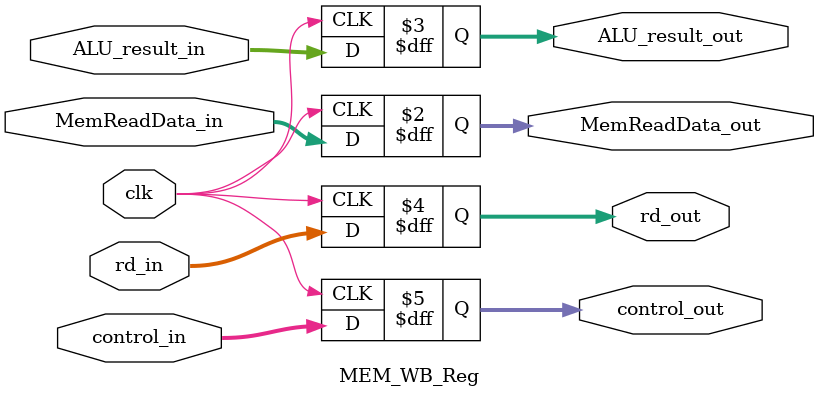
<source format=v>
module MEM_WB_Reg(
    input clk,
    input [31:0] MemReadData_in, ALU_result_in,
    input [4:0] rd_in,
    input [1:0] control_in, 
    output reg [31:0] MemReadData_out, ALU_result_out,
    output reg [4:0] rd_out,
    output reg [1:0] control_out
);
    always @(posedge clk) begin
        MemReadData_out <= MemReadData_in;
        ALU_result_out <= ALU_result_in;
        rd_out <= rd_in;
        control_out <= control_in;
    end
endmodule

</source>
